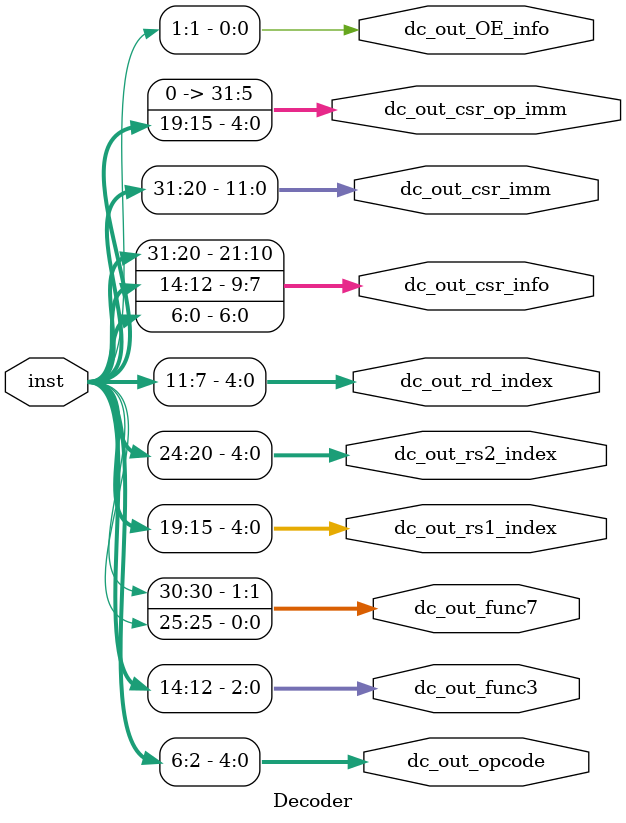
<source format=sv>

module Decoder (
    input logic [31:0] inst,
    output logic [4:0] dc_out_opcode,     
    output logic [2:0] dc_out_func3,
    output logic [1:0] dc_out_func7,     
    output logic [4:0] dc_out_rs1_index,
    output logic [4:0] dc_out_rs2_index,
    output logic [4:0] dc_out_rd_index,
    output logic [21:0] dc_out_csr_info,
    output logic [11:0] dc_out_csr_imm,
    output logic [31:0] dc_out_csr_op_imm,
    output logic dc_out_OE_info
);
    always_comb begin
        dc_out_opcode = inst[6:2];     // the last 2 bits of the opcode are always '11'-> only 5 bits required
        dc_out_func3 = inst[14:12];  
        dc_out_func7 = {inst[30], inst[25]};  // function7 of R-format instruction (add multiplication extension)
        dc_out_rs1_index = inst[19:15];
        dc_out_rs2_index = inst[24:20];
        dc_out_rd_index = inst[11:7];
        dc_out_csr_info = {inst[31:20], inst[14:12], inst[6:0]};
        dc_out_csr_imm = inst[31:20];
        dc_out_csr_op_imm = {27'd0, inst[19:15]};
        dc_out_OE_info  = {inst[1]};
    end
endmodule
</source>
